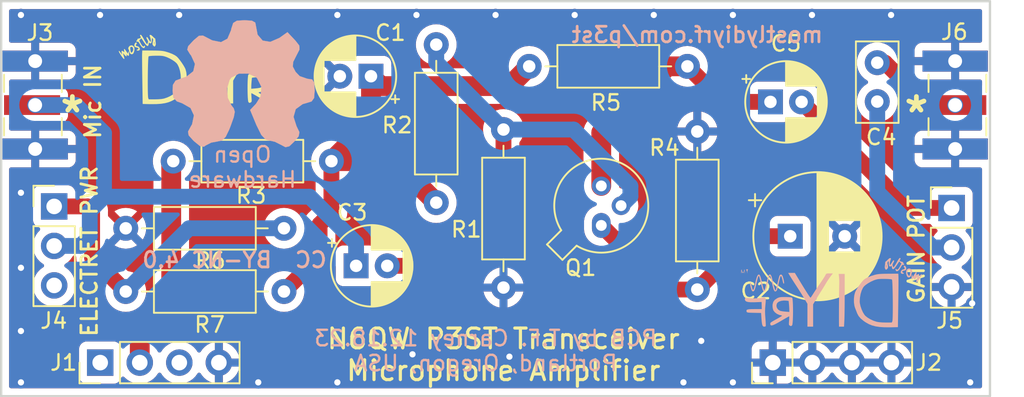
<source format=kicad_pcb>
(kicad_pcb (version 20211014) (generator pcbnew)
  (title_block (title "P3ST Microphone Amp") (date "2023-07-18") (rev "A"))
  (layers (0 "F.Cu" signal) (31 "B.Cu" signal) (34 "B.Paste" user) (35 "F.Paste" user) (36 "B.SilkS" user "B.Silkscreen") (37 "F.SilkS" user "F.Silkscreen") (38 "B.Mask" user) (39 "F.Mask" user) (44 "Edge.Cuts" user))
  (net 0 "")
  (net 1 "GND")
  (net 2 "12V_TX")
  (net 3 "Net-(C1-Pad1)")
  (net 4 "Net-(C2-Pad1)")
  (net 5 "Net-(C3-Pad1)")
  (net 6 "Net-(C3-Pad2)")
  (net 7 "Net-(C4-Pad1)")
  (net 8 "Net-(C4-Pad2)")
  (net 9 "Net-(C5-Pad1)")
  (net 10 "Net-(C5-Pad2)")
  (net 13 "Net-(J4-Pad1)")
  (footprint "Capacitor_THT:CP_Radial_D5.0mm_P2.00mm" (layer "F.Cu") (at 139.827 88.392 180)
    (fp_text reference "C1" (at -1.2446 2.794) (layer "F.SilkS"))
    (fp_text value "100uF")
    (pad "1" thru_hole rect (at 0 0 180) (size 1.6 1.6) (drill 0.8) (layers *.Cu *.Mask) (net 3 "Net-(C1-Pad1)"))
    (pad "2" thru_hole circle (at 2 0 180) (size 1.6 1.6) (drill 0.8) (layers *.Cu *.Mask) (net 1 "GND"))
  )
  (footprint "K7TFC_Passives:Resistor_Quarter_Watt_P10.16mm_Horizontal" (layer "F.Cu") (at 124.079 102.235)
    (fp_text reference "R7" (at 5.3848 2.1336) (layer "F.SilkS"))
    (fp_text value "4.7K")
    (pad "1" thru_hole circle (at 0 0) (size 1.6 1.6) (drill 0.8) (layers *.Cu *.Mask) (net 13 "Net-(J4-Pad1)"))
    (pad "2" thru_hole oval (at 10.16 0) (size 1.6 1.6) (drill 0.8) (layers *.Cu *.Mask) (net 3 "Net-(C1-Pad1)"))
  )
  (footprint "K7TFC_Passives:Resistor_Quarter_Watt_P10.16mm_Horizontal" (layer "F.Cu") (at 160.782 102.108 90)
    (fp_text reference "R4" (at 9.1186 -2.1082 180) (layer "F.SilkS"))
    (fp_text value "1K")
    (pad "1" thru_hole circle (at 0 0 90) (size 1.6 1.6) (drill 0.8) (layers *.Cu *.Mask) (net 4 "Net-(C2-Pad1)"))
    (pad "2" thru_hole oval (at 10.16 0 90) (size 1.6 1.6) (drill 0.8) (layers *.Cu *.Mask) (net 1 "GND"))
  )
  (footprint "Graphics:diyrf_12mm" (layer "F.Cu") (at 129.413 87.884)
    (fp_text reference "G***" hide)
    (fp_text value "LOGO" hide)
  )
  (footprint "K7TFC:SMA_EdgeMount_0.062_Samtec_wHoles" (layer "F.Cu") (at 118.2624 90.2462 -90)
    (fp_text reference "J3" (at -4.6482 -0.3048 180) (layer "F.SilkS"))
    (fp_text value "Conn_01x02" hide)
    (pad "1" smd rect (at 0 0.2 270) (size 1.27 3.6) (layers "F.Cu" "F.Paste" "F.Mask") (net 5 "Net-(C3-Pad1)"))
    (pad "1" thru_hole circle (at 0 0 270) (size 1.016 1.016) (drill 0.889) (layers *.Cu *.Mask) (net 5 "Net-(C3-Pad1)"))
    (pad "2" smd rect (at -2.825 0 270) (size 1.35 4.2) (layers "F.Cu" "F.Paste" "F.Mask") (net 1 "GND"))
    (pad "2" thru_hole circle (at 2.825 0 270) (size 1.016 1.016) (drill 0.889) (layers *.Cu *.Mask) (net 1 "GND"))
    (pad "2" thru_hole circle (at -2.825 0 270) (size 1.016 1.016) (drill 0.889) (layers *.Cu *.Mask) (net 1 "GND"))
    (pad "2" smd rect (at 2.825 0 270) (size 1.35 4.2) (layers "F.Cu" "F.Paste" "F.Mask") (net 1 "GND"))
    (pad "2" smd rect (at -2.825 0 270) (size 1.35 4.2) (layers "B.Cu" "B.Paste" "B.Mask") (net 1 "GND"))
    (pad "2" smd rect (at 2.825 0 270) (size 1.35 4.2) (layers "B.Cu" "B.Paste" "B.Mask") (net 1 "GND"))
  )
  (footprint "Capacitor_THT:CP_Radial_D5.0mm_P2.00mm" (layer "F.Cu") (at 138.871888 100.584)
    (fp_text reference "C3" (at -0.254 -3.429) (layer "F.SilkS"))
    (fp_text value "10uF")
    (pad "1" thru_hole rect (at 0 0) (size 1.6 1.6) (drill 0.8) (layers *.Cu *.Mask) (net 5 "Net-(C3-Pad1)"))
    (pad "2" thru_hole circle (at 2 0) (size 1.6 1.6) (drill 0.8) (layers *.Cu *.Mask) (net 6 "Net-(C3-Pad2)"))
  )
  (footprint "Connector_PinHeader_2.54mm:PinHeader_1x03_P2.54mm_Vertical" (layer "F.Cu") (at 177.1142 96.8652)
    (fp_text reference "J5" (at -0.127 7.239) (layer "F.SilkS"))
    (fp_text value "Conn_01x03")
    (pad "1" thru_hole rect (at 0 0) (size 1.7 1.7) (drill 1) (layers *.Cu *.Mask) (net 10 "Net-(C5-Pad2)"))
    (pad "2" thru_hole oval (at 0 2.54) (size 1.7 1.7) (drill 1) (layers *.Cu *.Mask) (net 7 "Net-(C4-Pad1)"))
    (pad "3" thru_hole oval (at 0 5.08) (size 1.7 1.7) (drill 1) (layers *.Cu *.Mask) (net 1 "GND"))
  )
  (footprint "Capacitor_THT:C_Disc_D5.0mm_W2.5mm_P2.50mm" (layer "F.Cu") (at 172.339 90.023 90)
    (fp_text reference "C4" (at -2.286 0.254 180) (layer "F.SilkS"))
    (fp_text value "0.22uF")
    (pad "1" thru_hole circle (at 0 0 90) (size 1.6 1.6) (drill 0.8) (layers *.Cu *.Mask) (net 7 "Net-(C4-Pad1)"))
    (pad "2" thru_hole circle (at 2.5 0 90) (size 1.6 1.6) (drill 0.8) (layers *.Cu *.Mask) (net 8 "Net-(C4-Pad2)"))
  )
  (footprint "K7TFC_Passives:Resistor_Quarter_Watt_P10.16mm_Horizontal" (layer "F.Cu") (at 127.127 93.853)
    (fp_text reference "R3" (at 5.0038 2.2098) (layer "F.SilkS"))
    (fp_text value "100")
    (pad "1" thru_hole circle (at 0 0) (size 1.6 1.6) (drill 0.8) (layers *.Cu *.Mask) (net 2 "12V_TX"))
    (pad "2" thru_hole oval (at 10.16 0) (size 1.6 1.6) (drill 0.8) (layers *.Cu *.Mask) (net 3 "Net-(C1-Pad1)"))
  )
  (footprint "Graphics:open-hardware_9.5mm" (layer "F.Cu") (at 131.471587 89.139429)
    (fp_text reference "G***" hide)
    (fp_text value "LOGO" hide)
  )
  (footprint "K7TFC_Passives:Resistor_Quarter_Watt_P10.16mm_Horizontal" (layer "F.Cu") (at 148.336 91.821 -90)
    (fp_text reference "R1" (at 6.4262 2.3876 180) (layer "F.SilkS"))
    (fp_text value "47K")
    (pad "1" thru_hole circle (at 0 0 270) (size 1.6 1.6) (drill 0.8) (layers *.Cu *.Mask) (net 6 "Net-(C3-Pad2)"))
    (pad "2" thru_hole oval (at 10.16 0 270) (size 1.6 1.6) (drill 0.8) (layers *.Cu *.Mask) (net 1 "GND"))
  )
  (footprint "Package_TO_SOT_THT:TO-18-3" (layer "F.Cu") (at 154.616724 97.986276 90)
    (fp_text reference "Q1" (at -2.724724 -1.327724) (layer "F.SilkS"))
    (fp_text value "2N2222A")
    (pad "1" thru_hole oval (at 0 0 90) (size 1.6 1.2) (drill 0.7) (layers *.Cu *.Mask) (net 4 "Net-(C2-Pad1)"))
    (pad "2" thru_hole oval (at 1.27 1.27 90) (size 1.2 1.2) (drill 0.7) (layers *.Cu *.Mask) (net 6 "Net-(C3-Pad2)"))
    (pad "3" thru_hole oval (at 2.54 0 90) (size 1.2 1.2) (drill 0.7) (layers *.Cu *.Mask) (net 9 "Net-(C5-Pad1)"))
  )
  (footprint "K7TFC_Passives:Resistor_Quarter_Watt_P10.16mm_Horizontal" (layer "F.Cu") (at 149.987 87.757)
    (fp_text reference "R5" (at 4.9276 2.3368) (layer "F.SilkS"))
    (fp_text value "2.2K")
    (pad "1" thru_hole circle (at 0 0) (size 1.6 1.6) (drill 0.8) (layers *.Cu *.Mask) (net 3 "Net-(C1-Pad1)"))
    (pad "2" thru_hole oval (at 10.16 0) (size 1.6 1.6) (drill 0.8) (layers *.Cu *.Mask) (net 9 "Net-(C5-Pad1)"))
  )
  (footprint "K7TFC_Passives:Resistor_Quarter_Watt_P10.16mm_Horizontal" (layer "F.Cu") (at 144.018 96.52 90)
    (fp_text reference "R2" (at 4.9784 -2.5146 180) (layer "F.SilkS"))
    (fp_text value "100K")
    (pad "1" thru_hole circle (at 0 0 90) (size 1.6 1.6) (drill 0.8) (layers *.Cu *.Mask) (net 3 "Net-(C1-Pad1)"))
    (pad "2" thru_hole oval (at 10.16 0 90) (size 1.6 1.6) (drill 0.8) (layers *.Cu *.Mask) (net 6 "Net-(C3-Pad2)"))
  )
  (footprint "K7TFC:SMA_EdgeMount_0.062_Samtec_wHoles" (layer "F.Cu") (at 177.3428 90.2462 90)
    (fp_text reference "J6" (at 4.699 -0.0508 180) (layer "F.SilkS"))
    (fp_text value "Conn_01x02" hide)
    (pad "1" thru_hole circle (at 0 0 90) (size 1.016 1.016) (drill 0.889) (layers *.Cu *.Mask) (net 8 "Net-(C4-Pad2)"))
    (pad "1" smd rect (at 0 0.2 90) (size 1.27 3.6) (layers "F.Cu" "F.Paste" "F.Mask") (net 8 "Net-(C4-Pad2)"))
    (pad "2" smd rect (at 2.825 0 90) (size 1.35 4.2) (layers "F.Cu" "F.Paste" "F.Mask") (net 1 "GND"))
    (pad "2" smd rect (at 2.825 0 90) (size 1.35 4.2) (layers "B.Cu" "B.Paste" "B.Mask") (net 1 "GND"))
    (pad "2" thru_hole circle (at 2.825 0 90) (size 1.016 1.016) (drill 0.889) (layers *.Cu *.Mask) (net 1 "GND"))
    (pad "2" smd rect (at -2.825 0 90) (size 1.35 4.2) (layers "B.Cu" "B.Paste" "B.Mask") (net 1 "GND"))
    (pad "2" smd rect (at -2.825 0 90) (size 1.35 4.2) (layers "F.Cu" "F.Paste" "F.Mask") (net 1 "GND"))
    (pad "2" thru_hole circle (at -2.825 0 90) (size 1.016 1.016) (drill 0.889) (layers *.Cu *.Mask) (net 1 "GND"))
  )
  (footprint "Capacitor_THT:CP_Radial_D8.0mm_P3.50mm" (layer "F.Cu") (at 166.751 98.679)
    (fp_text reference "C2" (at -2.2098 3.5306) (layer "F.SilkS"))
    (fp_text value "470uF")
    (pad "1" thru_hole rect (at 0 0) (size 1.6 1.6) (drill 0.8) (layers *.Cu *.Mask) (net 4 "Net-(C2-Pad1)"))
    (pad "2" thru_hole circle (at 3.5 0) (size 1.6 1.6) (drill 0.8) (layers *.Cu *.Mask) (net 1 "GND"))
  )
  (footprint "K7TFC_Passives:Resistor_Quarter_Watt_P10.16mm_Horizontal" (layer "F.Cu") (at 124.079 98.171)
    (fp_text reference "R6" (at 5.4356 2.0828) (layer "F.SilkS"))
    (fp_text value "4.7K")
    (pad "1" thru_hole circle (at 0 0) (size 1.6 1.6) (drill 0.8) (layers *.Cu *.Mask) (net 1 "GND"))
    (pad "2" thru_hole oval (at 10.16 0) (size 1.6 1.6) (drill 0.8) (layers *.Cu *.Mask) (net 13 "Net-(J4-Pad1)"))
  )
  (footprint "Connector_PinHeader_2.54mm:PinHeader_1x04_P2.54mm_Vertical" (layer "F.Cu") (at 122.438 106.807 90)
    (fp_text reference "J1" (at 0 -2.3468 180) (layer "F.SilkS"))
    (fp_text value "Conn_01x04_Male" hide)
    (pad "1" thru_hole rect (at 0 0 90) (size 1.7 1.7) (drill 1) (layers *.Cu *.Mask))
    (pad "2" thru_hole oval (at 0 2.54 90) (size 1.7 1.7) (drill 1) (layers *.Cu *.Mask) (net 2 "12V_TX"))
    (pad "3" thru_hole oval (at 0 5.08 90) (size 1.7 1.7) (drill 1) (layers *.Cu *.Mask))
    (pad "4" thru_hole oval (at 0 7.62 90) (size 1.7 1.7) (drill 1) (layers *.Cu *.Mask) (net 1 "GND"))
  )
  (footprint "Connector_PinHeader_2.54mm:PinHeader_1x03_P2.54mm_Vertical" (layer "F.Cu") (at 119.4816 96.7636)
    (fp_text reference "J4" (at -0.0254 7.351) (layer "F.SilkS"))
    (fp_text value "Conn_01x03" hide)
    (pad "1" thru_hole rect (at 0 0) (size 1.7 1.7) (drill 1) (layers *.Cu *.Mask) (net 13 "Net-(J4-Pad1)"))
    (pad "2" thru_hole oval (at 0 2.54) (size 1.7 1.7) (drill 1) (layers *.Cu *.Mask) (net 5 "Net-(C3-Pad1)"))
    (pad "3" thru_hole oval (at 0 5.08) (size 1.7 1.7) (drill 1) (layers *.Cu *.Mask))
  )
  (footprint "Connector_PinHeader_2.54mm:PinHeader_1x04_P2.54mm_Vertical" (layer "F.Cu") (at 165.628 106.807 90)
    (fp_text reference "J2" (at 0 10.013 180) (layer "F.SilkS"))
    (fp_text value "Conn_01x04_Male" hide)
    (pad "1" thru_hole rect (at 0 0 90) (size 1.7 1.7) (drill 1) (layers *.Cu *.Mask) (net 1 "GND"))
    (pad "2" thru_hole oval (at 0 2.54 90) (size 1.7 1.7) (drill 1) (layers *.Cu *.Mask) (net 1 "GND"))
    (pad "3" thru_hole oval (at 0 5.08 90) (size 1.7 1.7) (drill 1) (layers *.Cu *.Mask) (net 1 "GND"))
    (pad "4" thru_hole oval (at 0 7.62 90) (size 1.7 1.7) (drill 1) (layers *.Cu *.Mask) (net 1 "GND"))
  )
  (footprint "Capacitor_THT:CP_Radial_D5.0mm_P2.00mm" (layer "F.Cu") (at 165.481 90.043)
    (fp_text reference "C5" (at 1 -3.75) (layer "F.SilkS"))
    (fp_text value "22uF")
    (pad "1" thru_hole rect (at 0 0) (size 1.6 1.6) (drill 0.8) (layers *.Cu *.Mask) (net 9 "Net-(C5-Pad1)"))
    (pad "2" thru_hole circle (at 2 0) (size 1.6 1.6) (drill 0.8) (layers *.Cu *.Mask) (net 10 "Net-(C5-Pad2)"))
  )
  (footprint "Graphics:diyrf_12mm" (layer "B.Cu") (at 169.418 102.235 180)
    (fp_text reference "G***" hide)
    (fp_text value "LOGO" hide)
  )
  (gr_rect (start 116.078 83.566) (end 179.578 108.966) (layer "Edge.Cuts") (width 0.15) (fill none))
  (gr_text "PCB by T.F. Carney 12.18.23\nPortland, Oregon, USA" (at 147.193 106.045) (layer "B.SilkS") (effects (font (size 1 1)) (justify mirror)))
  (gr_text "mostlydiyrf.com/p3st" (at 160.782 85.725) (layer "B.SilkS") (effects (font (size 1 1) (thickness 0.1778)) (justify mirror)))
  (gr_text "CC  BY-NC 4.0" (at 131.064 100.203) (layer "B.SilkS") (effects (font (size 1 1) (thickness 0.1778)) (justify mirror)))
  (gr_text "Open\nHardware" (at 131.572 94.234) (layer "B.SilkS") (effects (font (size 1 1)) (justify mirror)))
  (gr_text "Mic IN" (at 121.9708 90.0176 90) (layer "F.SilkS") (effects (font (size 1 1) (thickness 0.1778))))
  (gr_text "ELECTRET PWR" (at 121.7422 99.6442 90) (layer "F.SilkS") (effects (font (size 1 1) (thickness 0.1778))))
  (gr_text "GAIN POT" (at 174.8536 99.5172 90) (layer "F.SilkS") (effects (font (size 1 1) (thickness 0.1778))))
  (gr_text "*" (at 174.8536 90.805) (layer "F.SilkS") (effects (font (size 2.032 2.032) (thickness 0.3048))))
  (gr_text "*" (at 120.65 90.805) (layer "F.SilkS") (effects (font (size 2.032 2.032) (thickness 0.3048))))
  (gr_text "N6QW P3ST Transceiver\nMicrophone Amplifier" (at 148.336 106.299) (layer "F.SilkS") (effects (font (size 1.27 1.27) (thickness 0.2032))))
  (via (at 117.348 95.885) (size 0.8) (drill 0.4) (layers "F.Cu" "B.Cu") (net 1))
  (via (at 163.068 108.077) (size 0.8) (drill 0.4) (layers "F.Cu" "B.Cu") (net 1))
  (via (at 117.348 104.775) (size 0.8) (drill 0.4) (layers "F.Cu" "B.Cu") (net 1))
  (via (at 127.508 84.455) (size 0.8) (drill 0.4) (layers "F.Cu" "B.Cu") (net 1))
  (via (at 142.494 106.2736) (size 0.8) (drill 0.4) (layers "F.Cu" "B.Cu") (net 1))
  (via (at 147.828 84.455) (size 0.8) (drill 0.4) (layers "F.Cu" "B.Cu") (net 1))
  (via (at 159.893 108.077) (size 0.8) (drill 0.4) (layers "F.Cu" "B.Cu") (net 1))
  (via (at 157.988 84.455) (size 0.8) (drill 0.4) (layers "F.Cu" "B.Cu") (net 1))
  (via (at 178.435 102.997) (size 0.8) (drill 0.4) (layers "F.Cu" "B.Cu") (net 1))
  (via (at 163.068 84.455) (size 0.8) (drill 0.4) (layers "F.Cu" "B.Cu") (net 1))
  (via (at 117.348 108.077) (size 0.8) (drill 0.4) (layers "F.Cu" "B.Cu") (net 1))
  (via (at 132.588 108.077) (size 0.8) (drill 0.4) (layers "F.Cu" "B.Cu") (net 1))
  (via (at 148.717 106.426) (size 0.8) (drill 0.4) (layers "F.Cu" "B.Cu") (net 1))
  (via (at 137.668 84.455) (size 0.8) (drill 0.4) (layers "F.Cu" "B.Cu") (net 1))
  (via (at 142.748 84.455) (size 0.8) (drill 0.4) (layers "F.Cu" "B.Cu") (net 1))
  (via (at 117.348 84.455) (size 0.8) (drill 0.4) (layers "F.Cu" "B.Cu") (net 1))
  (via (at 168.148 84.455) (size 0.8) (drill 0.4) (layers "F.Cu" "B.Cu") (net 1))
  (via (at 122.428 84.455) (size 0.8) (drill 0.4) (layers "F.Cu" "B.Cu") (net 1))
  (via (at 137.668 108.077) (size 0.8) (drill 0.4) (layers "F.Cu" "B.Cu") (net 1))
  (via (at 173.228 84.455) (size 0.8) (drill 0.4) (layers "F.Cu" "B.Cu") (net 1))
  (via (at 117.348 100.711) (size 0.8) (drill 0.4) (layers "F.Cu" "B.Cu") (net 1))
  (via (at 178.308 108.077) (size 0.8) (drill 0.4) (layers "F.Cu" "B.Cu") (net 1))
  (via (at 152.908 84.455) (size 0.8) (drill 0.4) (layers "F.Cu" "B.Cu") (net 1))
  (via (at 161.036 105.41) (size 0.8) (drill 0.4) (layers "F.Cu" "B.Cu") (net 1))
  (segment (start 124.978 105.146) (end 127 103.124) (width 1.27) (layer "F.Cu") (net 2))
  (segment (start 127 103.124) (end 127 93.98) (width 1.27) (layer "F.Cu") (net 2))
  (segment (start 127 93.98) (end 127.127 93.853) (width 1.27) (layer "F.Cu") (net 2))
  (segment (start 124.978 106.807) (end 124.978 105.146) (width 1.27) (layer "F.Cu") (net 2))
  (segment (start 139.827 88.392) (end 139.827 91.313) (width 1.27) (layer "F.Cu") (net 3))
  (segment (start 140.462 89.027) (end 148.717 89.027) (width 1.27) (layer "F.Cu") (net 3))
  (segment (start 136.525 99.949) (end 136.525 97.917) (width 1.016) (layer "F.Cu") (net 3))
  (segment (start 137.287 93.853) (end 141.351 93.853) (width 1.27) (layer "F.Cu") (net 3))
  (segment (start 141.351 93.853) (end 144.018 96.52) (width 1.27) (layer "F.Cu") (net 3))
  (segment (start 148.717 89.027) (end 149.987 87.757) (width 1.27) (layer "F.Cu") (net 3))
  (segment (start 139.827 91.313) (end 137.287 93.853) (width 1.27) (layer "F.Cu") (net 3))
  (segment (start 136.525 97.917) (end 137.287 97.155) (width 1.016) (layer "F.Cu") (net 3))
  (segment (start 139.827 88.392) (end 140.462 89.027) (width 1.27) (layer "F.Cu") (net 3))
  (segment (start 134.239 102.235) (end 136.525 99.949) (width 1.016) (layer "F.Cu") (net 3))
  (segment (start 137.287 97.155) (end 137.287 93.853) (width 1.016) (layer "F.Cu") (net 3))
  (segment (start 154.616724 97.986276) (end 158.738448 102.108) (width 1.016) (layer "F.Cu") (net 4))
  (segment (start 166.751 98.679) (end 164.211 98.679) (width 1.016) (layer "F.Cu") (net 4))
  (segment (start 164.211 98.679) (end 160.782 102.108) (width 1.016) (layer "F.Cu") (net 4))
  (segment (start 158.738448 102.108) (end 160.782 102.108) (width 1.016) (layer "F.Cu") (net 4))
  (segment (start 121.7676 98.7044) (end 121.7676 97.0534) (width 1.016) (layer "B.Cu") (net 5))
  (segment (start 119.4816 99.3036) (end 121.1684 99.3036) (width 1.016) (layer "B.Cu") (net 5))
  (segment (start 135.89 96.139) (end 138.871888 99.120888) (width 1.016) (layer "B.Cu") (net 5))
  (segment (start 122.682 96.139) (end 135.89 96.139) (width 1.016) (layer "B.Cu") (net 5))
  (segment (start 122.682 92.0496) (end 122.682 96.139) (width 1.016) (layer "B.Cu") (net 5))
  (segment (start 121.1684 99.3036) (end 121.7676 98.7044) (width 1.016) (layer "B.Cu") (net 5))
  (segment (start 118.2624 90.2462) (end 120.8786 90.2462) (width 1.016) (layer "B.Cu") (net 5))
  (segment (start 121.7676 97.0534) (end 122.682 96.139) (width 1.016) (layer "B.Cu") (net 5))
  (segment (start 120.8786 90.2462) (end 122.682 92.0496) (width 1.016) (layer "B.Cu") (net 5))
  (segment (start 138.871888 99.120888) (end 138.871888 100.584) (width 1.016) (layer "B.Cu") (net 5))
  (segment (start 148.336 91.821) (end 148.336 96.774) (width 1.016) (layer "F.Cu") (net 6))
  (segment (start 144.526 100.584) (end 140.871888 100.584) (width 1.016) (layer "F.Cu") (net 6))
  (segment (start 148.336 96.774) (end 144.526 100.584) (width 1.016) (layer "F.Cu") (net 6))
  (segment (start 144.018 87.503) (end 148.336 91.821) (width 1.016) (layer "B.Cu") (net 6))
  (segment (start 156.486724 95.466484) (end 152.84124 91.821) (width 1.016) (layer "B.Cu") (net 6))
  (segment (start 156.486724 96.116276) (end 156.486724 95.466484) (width 1.016) (layer "B.Cu") (net 6))
  (segment (start 152.84124 91.821) (end 148.336 91.821) (width 1.016) (layer "B.Cu") (net 6))
  (segment (start 155.886724 96.716276) (end 156.486724 96.116276) (width 1.016) (layer "B.Cu") (net 6))
  (segment (start 144.018 86.36) (end 144.018 87.503) (width 1.016) (layer "B.Cu") (net 6))
  (segment (start 172.339 95.832081) (end 175.912119 99.4052) (width 1.016) (layer "B.Cu") (net 7))
  (segment (start 172.339 90.023) (end 172.339 95.832081) (width 1.016) (layer "B.Cu") (net 7))
  (segment (start 175.912119 99.4052) (end 177.1142 99.4052) (width 1.016) (layer "B.Cu") (net 7))
  (segment (start 175.0314 90.2462) (end 174.9806 90.1954) (width 1.016) (layer "F.Cu") (net 8))
  (segment (start 174.9806 90.1954) (end 174.9806 89.662) (width 1.016) (layer "F.Cu") (net 8))
  (segment (start 174.9806 89.662) (end 172.8416 87.523) (width 1.016) (layer "F.Cu") (net 8))
  (segment (start 177.5428 90.2462) (end 175.0314 90.2462) (width 1.016) (layer "F.Cu") (net 8))
  (segment (start 172.8416 87.523) (end 172.339 87.523) (width 1.016) (layer "F.Cu") (net 8))
  (segment (start 162.433 90.043) (end 160.147 87.757) (width 1.016) (layer "F.Cu") (net 9))
  (segment (start 165.481 90.043) (end 162.433 90.043) (width 1.016) (layer "F.Cu") (net 9))
  (segment (start 154.616724 92.017276) (end 154.616724 95.446276) (width 1.27) (layer "F.Cu") (net 9))
  (segment (start 158.877 87.757) (end 154.616724 92.017276) (width 1.27) (layer "F.Cu") (net 9))
  (segment (start 160.147 87.757) (end 158.877 87.757) (width 1.27) (layer "F.Cu") (net 9))
  (segment (start 174.3032 96.8652) (end 177.1142 96.8652) (width 1.016) (layer "F.Cu") (net 10))
  (segment (start 167.481 90.043) (end 174.3032 96.8652) (width 1.016) (layer "F.Cu") (net 10))
  (segment (start 121.6406 96.7636) (end 119.4816 96.7636) (width 1.016) (layer "F.Cu") (net 13))
  (segment (start 121.92 97.043) (end 121.92 100.076) (width 1.016) (layer "F.Cu") (net 13))
  (segment (start 121.92 97.043) (end 121.6406 96.7636) (width 1.016) (layer "F.Cu") (net 13))
  (segment (start 121.92 100.076) (end 124.079 102.235) (width 1.016) (layer "F.Cu") (net 13))
  (segment (start 134.239 98.171) (end 128.143 98.171) (width 1.016) (layer "B.Cu") (net 13))
  (segment (start 128.143 98.171) (end 124.079 102.235) (width 1.016) (layer "B.Cu") (net 13))
  (zone (net 1) (net_name "GND") (layers F&B.Cu) (connect_pads (clearance 0.508)) (min_thickness 0.254) (fill yes (thermal_gap 0.508) (thermal_bridge_width 0.508))
    (polygon (pts (xy 179.451 108.839) (xy 116.205 108.839) (xy 116.205 83.693) (xy 179.451 83.693)))
  )
)
</source>
